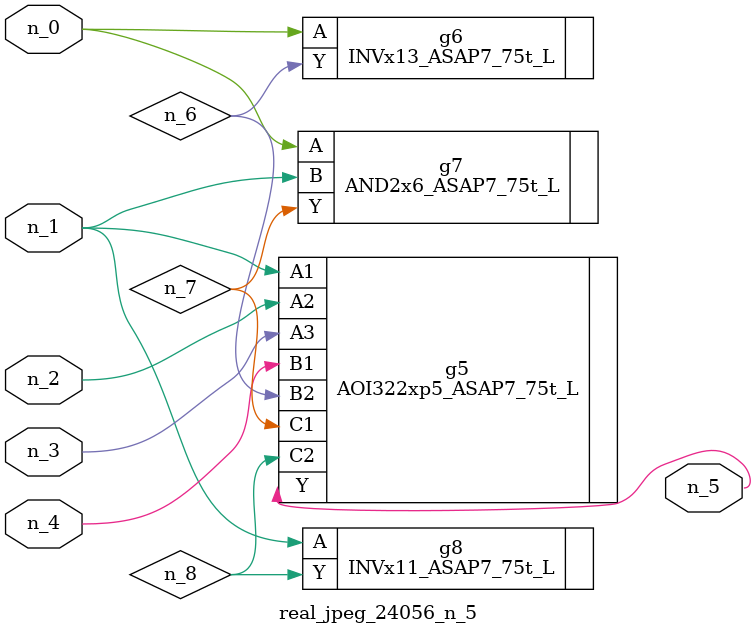
<source format=v>
module real_jpeg_24056_n_5 (n_4, n_0, n_1, n_2, n_3, n_5);

input n_4;
input n_0;
input n_1;
input n_2;
input n_3;

output n_5;

wire n_8;
wire n_6;
wire n_7;

INVx13_ASAP7_75t_L g6 ( 
.A(n_0),
.Y(n_6)
);

AND2x6_ASAP7_75t_L g7 ( 
.A(n_0),
.B(n_1),
.Y(n_7)
);

AOI322xp5_ASAP7_75t_L g5 ( 
.A1(n_1),
.A2(n_2),
.A3(n_3),
.B1(n_4),
.B2(n_6),
.C1(n_7),
.C2(n_8),
.Y(n_5)
);

INVx11_ASAP7_75t_L g8 ( 
.A(n_1),
.Y(n_8)
);


endmodule
</source>
